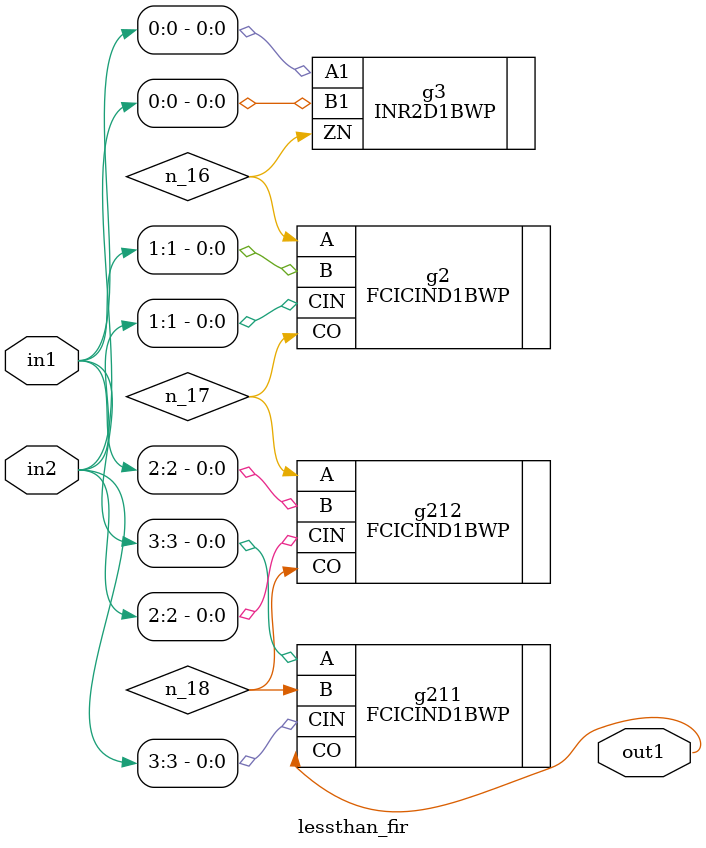
<source format=v>


// Verification Directory fv/lessthan_fir 

module lessthan_fir(in2, in1, out1);
  input [3:0] in2, in1;
  output out1;
  wire [3:0] in2, in1;
  wire out1;
  wire n_16, n_17, n_18;
  FCICIND1BWP g2(.A (n_16), .B (in1[1]), .CIN (in2[1]), .CO (n_17));
  INR2D1BWP g3(.A1 (in1[0]), .B1 (in2[0]), .ZN (n_16));
  FCICIND1BWP g211(.A (in1[3]), .B (n_18), .CIN (in2[3]), .CO (out1));
  FCICIND1BWP g212(.A (n_17), .B (in1[2]), .CIN (in2[2]), .CO (n_18));
endmodule


</source>
